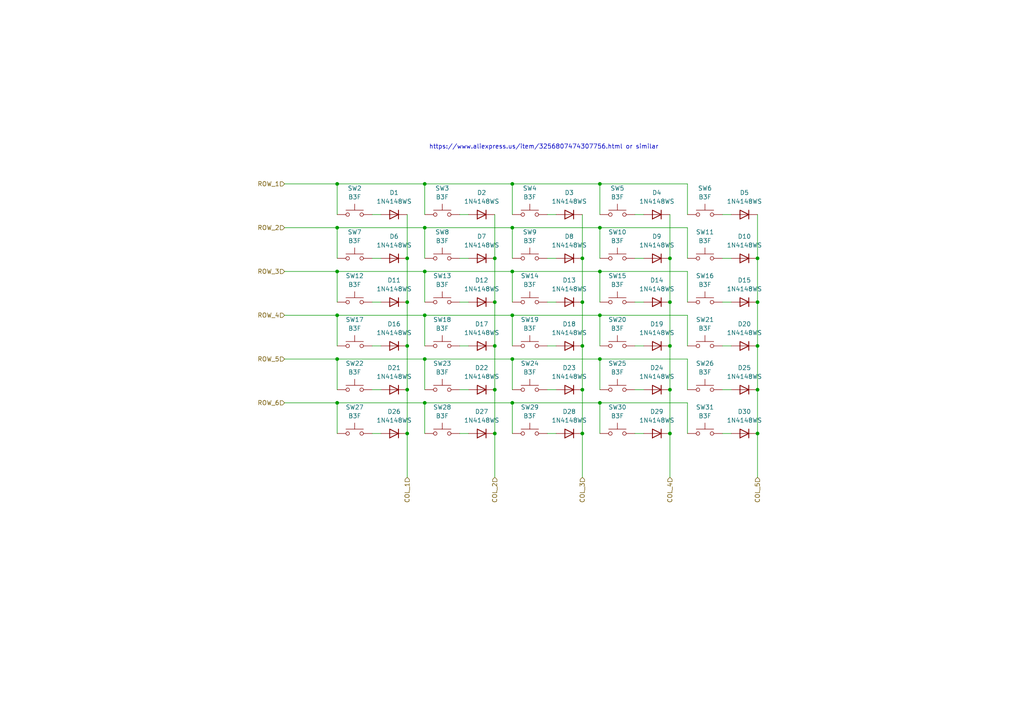
<source format=kicad_sch>
(kicad_sch (version 20231120) (generator "eeschema") (generator_version "8.0")
  (paper "A4")
  (lib_symbols
    (symbol "Device:D" (pin_numbers hide) (pin_names (offset 1.016) hide)
      (property "Reference" "D" (at 0 2.54 0))
      (property "Value" "D" (at 0 -2.54 0))
      (symbol "D_0_1"
        (polyline (pts (xy -1.27 1.27) (xy -1.27 -1.27)) (stroke (width 0.254)))
        (polyline (pts (xy 1.27 0) (xy -1.27 0)))
        (polyline (pts (xy 1.27 1.27) (xy 1.27 -1.27) (xy -1.27 0) (xy 1.27 1.27)) (stroke (width 0.254)))
      )
      (symbol "D_1_1"
        (pin passive line (at -3.81 0 0) (length 2.54) (name "K") (number "1"))
        (pin passive line (at 3.81 0 180) (length 2.54) (name "A") (number "2"))
      )
    )
    (symbol "Switch:SW_Push" (pin_numbers hide) (pin_names (offset 1.016) hide)
      (property "Reference" "SW" (at 1.27 2.54 0))
      (property "Value" "SW_Push" (at 0 -1.524 0))
      (symbol "SW_Push_0_1"
        (circle (center -2.032 0) (radius 0.508))
        (polyline (pts (xy 0 1.27) (xy 0 3.048)))
        (polyline (pts (xy 2.54 1.27) (xy -2.54 1.27)))
        (circle (center 2.032 0) (radius 0.508))
        (pin passive line (at -5.08 0 0) (length 2.54) (name "1") (number "1"))
        (pin passive line (at 5.08 0 180) (length 2.54) (name "2") (number "2"))
      )
    )
  )
  (junction (at 123.19 91.44))
  (junction (at 148.59 91.44))
  (junction (at 118.11 113.03))
  (junction (at 219.71 100.33))
  (junction (at 97.79 78.74))
  (junction (at 148.59 53.34))
  (junction (at 173.99 66.04))
  (junction (at 219.71 74.93))
  (junction (at 123.19 53.34))
  (junction (at 97.79 91.44))
  (junction (at 148.59 66.04))
  (junction (at 219.71 125.73))
  (junction (at 97.79 116.84))
  (junction (at 123.19 66.04))
  (junction (at 97.79 104.14))
  (junction (at 123.19 104.14))
  (junction (at 168.91 74.93))
  (junction (at 194.31 100.33))
  (junction (at 194.31 87.63))
  (junction (at 123.19 116.84))
  (junction (at 148.59 78.74))
  (junction (at 194.31 74.93))
  (junction (at 143.51 100.33))
  (junction (at 143.51 74.93))
  (junction (at 123.19 78.74))
  (junction (at 168.91 125.73))
  (junction (at 173.99 104.14))
  (junction (at 148.59 104.14))
  (junction (at 118.11 100.33))
  (junction (at 143.51 113.03))
  (junction (at 118.11 87.63))
  (junction (at 118.11 74.93))
  (junction (at 118.11 125.73))
  (junction (at 173.99 116.84))
  (junction (at 168.91 100.33))
  (junction (at 173.99 78.74))
  (junction (at 168.91 87.63))
  (junction (at 219.71 113.03))
  (junction (at 97.79 53.34))
  (junction (at 97.79 66.04))
  (junction (at 168.91 113.03))
  (junction (at 143.51 125.73))
  (junction (at 143.51 87.63))
  (junction (at 173.99 53.34))
  (junction (at 148.59 116.84))
  (junction (at 219.71 87.63))
  (junction (at 194.31 113.03))
  (junction (at 173.99 91.44))
  (junction (at 194.31 125.73))
  (wire (pts (xy 123.19 91.44) (xy 123.19 100.33)))
  (wire (pts (xy 173.99 66.04) (xy 199.39 66.04)))
  (wire (pts (xy 148.59 53.34) (xy 173.99 53.34)))
  (wire (pts (xy 123.19 116.84) (xy 148.59 116.84)))
  (wire (pts (xy 161.29 62.23) (xy 158.75 62.23)))
  (wire (pts (xy 199.39 104.14) (xy 199.39 113.03)))
  (wire (pts (xy 173.99 91.44) (xy 173.99 100.33)))
  (wire (pts (xy 173.99 66.04) (xy 173.99 74.93)))
  (wire (pts (xy 118.11 100.33) (xy 118.11 113.03)))
  (wire (pts (xy 168.91 87.63) (xy 168.91 100.33)))
  (wire (pts (xy 123.19 66.04) (xy 123.19 74.93)))
  (wire (pts (xy 194.31 100.33) (xy 194.31 113.03)))
  (wire (pts (xy 143.51 74.93) (xy 143.51 87.63)))
  (wire (pts (xy 173.99 91.44) (xy 199.39 91.44)))
  (wire (pts (xy 186.69 125.73) (xy 184.15 125.73)))
  (wire (pts (xy 123.19 78.74) (xy 123.19 87.63)))
  (wire (pts (xy 219.71 62.23) (xy 219.71 74.93)))
  (wire (pts (xy 186.69 100.33) (xy 184.15 100.33)))
  (wire (pts (xy 143.51 87.63) (xy 143.51 100.33)))
  (wire (pts (xy 123.19 66.04) (xy 148.59 66.04)))
  (wire (pts (xy 161.29 113.03) (xy 158.75 113.03)))
  (wire (pts (xy 148.59 78.74) (xy 173.99 78.74)))
  (wire (pts (xy 148.59 78.74) (xy 148.59 87.63)))
  (wire (pts (xy 110.49 62.23) (xy 107.95 62.23)))
  (wire (pts (xy 194.31 125.73) (xy 194.31 138.43)))
  (wire (pts (xy 135.89 100.33) (xy 133.35 100.33)))
  (wire (pts (xy 148.59 104.14) (xy 173.99 104.14)))
  (wire (pts (xy 97.79 91.44) (xy 97.79 100.33)))
  (wire (pts (xy 97.79 66.04) (xy 123.19 66.04)))
  (wire (pts (xy 135.89 125.73) (xy 133.35 125.73)))
  (wire (pts (xy 173.99 78.74) (xy 199.39 78.74)))
  (wire (pts (xy 194.31 74.93) (xy 194.31 87.63)))
  (wire (pts (xy 219.71 100.33) (xy 219.71 113.03)))
  (wire (pts (xy 199.39 53.34) (xy 199.39 62.23)))
  (wire (pts (xy 135.89 74.93) (xy 133.35 74.93)))
  (wire (pts (xy 161.29 87.63) (xy 158.75 87.63)))
  (wire (pts (xy 143.51 62.23) (xy 143.51 74.93)))
  (wire (pts (xy 161.29 74.93) (xy 158.75 74.93)))
  (wire (pts (xy 110.49 113.03) (xy 107.95 113.03)))
  (wire (pts (xy 143.51 100.33) (xy 143.51 113.03)))
  (wire (pts (xy 82.55 91.44) (xy 97.79 91.44)))
  (wire (pts (xy 97.79 53.34) (xy 123.19 53.34)))
  (wire (pts (xy 148.59 53.34) (xy 148.59 62.23)))
  (wire (pts (xy 173.99 116.84) (xy 173.99 125.73)))
  (wire (pts (xy 135.89 87.63) (xy 133.35 87.63)))
  (wire (pts (xy 123.19 53.34) (xy 123.19 62.23)))
  (wire (pts (xy 173.99 78.74) (xy 173.99 87.63)))
  (wire (pts (xy 212.09 100.33) (xy 209.55 100.33)))
  (wire (pts (xy 97.79 116.84) (xy 97.79 125.73)))
  (wire (pts (xy 118.11 74.93) (xy 118.11 87.63)))
  (wire (pts (xy 199.39 78.74) (xy 199.39 87.63)))
  (wire (pts (xy 168.91 62.23) (xy 168.91 74.93)))
  (wire (pts (xy 199.39 66.04) (xy 199.39 74.93)))
  (wire (pts (xy 212.09 74.93) (xy 209.55 74.93)))
  (wire (pts (xy 82.55 116.84) (xy 97.79 116.84)))
  (wire (pts (xy 110.49 125.73) (xy 107.95 125.73)))
  (wire (pts (xy 118.11 87.63) (xy 118.11 100.33)))
  (wire (pts (xy 123.19 104.14) (xy 123.19 113.03)))
  (wire (pts (xy 148.59 66.04) (xy 148.59 74.93)))
  (wire (pts (xy 161.29 100.33) (xy 158.75 100.33)))
  (wire (pts (xy 97.79 66.04) (xy 97.79 74.93)))
  (wire (pts (xy 219.71 74.93) (xy 219.71 87.63)))
  (wire (pts (xy 148.59 104.14) (xy 148.59 113.03)))
  (wire (pts (xy 212.09 87.63) (xy 209.55 87.63)))
  (wire (pts (xy 219.71 87.63) (xy 219.71 100.33)))
  (wire (pts (xy 110.49 87.63) (xy 107.95 87.63)))
  (wire (pts (xy 173.99 104.14) (xy 173.99 113.03)))
  (wire (pts (xy 186.69 87.63) (xy 184.15 87.63)))
  (wire (pts (xy 148.59 66.04) (xy 173.99 66.04)))
  (wire (pts (xy 219.71 125.73) (xy 219.71 138.43)))
  (wire (pts (xy 135.89 62.23) (xy 133.35 62.23)))
  (wire (pts (xy 186.69 113.03) (xy 184.15 113.03)))
  (wire (pts (xy 173.99 53.34) (xy 199.39 53.34)))
  (wire (pts (xy 143.51 113.03) (xy 143.51 125.73)))
  (wire (pts (xy 168.91 100.33) (xy 168.91 113.03)))
  (wire (pts (xy 148.59 116.84) (xy 148.59 125.73)))
  (wire (pts (xy 194.31 113.03) (xy 194.31 125.73)))
  (wire (pts (xy 82.55 66.04) (xy 97.79 66.04)))
  (wire (pts (xy 123.19 116.84) (xy 123.19 125.73)))
  (wire (pts (xy 82.55 53.34) (xy 97.79 53.34)))
  (wire (pts (xy 168.91 113.03) (xy 168.91 125.73)))
  (wire (pts (xy 212.09 113.03) (xy 209.55 113.03)))
  (wire (pts (xy 97.79 53.34) (xy 97.79 62.23)))
  (wire (pts (xy 123.19 91.44) (xy 148.59 91.44)))
  (wire (pts (xy 173.99 53.34) (xy 173.99 62.23)))
  (wire (pts (xy 168.91 125.73) (xy 168.91 138.43)))
  (wire (pts (xy 110.49 74.93) (xy 107.95 74.93)))
  (wire (pts (xy 82.55 78.74) (xy 97.79 78.74)))
  (wire (pts (xy 194.31 87.63) (xy 194.31 100.33)))
  (wire (pts (xy 143.51 125.73) (xy 143.51 138.43)))
  (wire (pts (xy 199.39 91.44) (xy 199.39 100.33)))
  (wire (pts (xy 148.59 91.44) (xy 148.59 100.33)))
  (wire (pts (xy 118.11 62.23) (xy 118.11 74.93)))
  (wire (pts (xy 148.59 91.44) (xy 173.99 91.44)))
  (wire (pts (xy 135.89 113.03) (xy 133.35 113.03)))
  (wire (pts (xy 173.99 116.84) (xy 199.39 116.84)))
  (wire (pts (xy 161.29 125.73) (xy 158.75 125.73)))
  (wire (pts (xy 123.19 78.74) (xy 148.59 78.74)))
  (wire (pts (xy 97.79 104.14) (xy 97.79 113.03)))
  (wire (pts (xy 219.71 113.03) (xy 219.71 125.73)))
  (wire (pts (xy 212.09 62.23) (xy 209.55 62.23)))
  (wire (pts (xy 97.79 116.84) (xy 123.19 116.84)))
  (wire (pts (xy 148.59 116.84) (xy 173.99 116.84)))
  (wire (pts (xy 110.49 100.33) (xy 107.95 100.33)))
  (wire (pts (xy 173.99 104.14) (xy 199.39 104.14)))
  (wire (pts (xy 123.19 53.34) (xy 148.59 53.34)))
  (wire (pts (xy 186.69 74.93) (xy 184.15 74.93)))
  (wire (pts (xy 97.79 104.14) (xy 123.19 104.14)))
  (wire (pts (xy 199.39 116.84) (xy 199.39 125.73)))
  (wire (pts (xy 194.31 62.23) (xy 194.31 74.93)))
  (wire (pts (xy 97.79 78.74) (xy 97.79 87.63)))
  (wire (pts (xy 186.69 62.23) (xy 184.15 62.23)))
  (wire (pts (xy 97.79 91.44) (xy 123.19 91.44)))
  (wire (pts (xy 118.11 125.73) (xy 118.11 138.43)))
  (wire (pts (xy 212.09 125.73) (xy 209.55 125.73)))
  (wire (pts (xy 118.11 113.03) (xy 118.11 125.73)))
  (wire (pts (xy 168.91 74.93) (xy 168.91 87.63)))
  (wire (pts (xy 97.79 78.74) (xy 123.19 78.74)))
  (wire (pts (xy 123.19 104.14) (xy 148.59 104.14)))
  (wire (pts (xy 82.55 104.14) (xy 97.79 104.14)))
  (text "https://www.aliexpress.us/item/3256807474307756.html or similar" (at 157.734 42.672 0) (effects (font (size 1.27 1.27))))
  (hierarchical_label "COL_2" (shape input) (at 143.51 138.43 270))
  (hierarchical_label "ROW_3" (shape input) (at 82.55 78.74 180))
  (hierarchical_label "ROW_4" (shape input) (at 82.55 91.44 180))
  (hierarchical_label "ROW_5" (shape input) (at 82.55 104.14 180))
  (hierarchical_label "COL_1" (shape input) (at 118.11 138.43 270))
  (hierarchical_label "ROW_2" (shape input) (at 82.55 66.04 180))
  (hierarchical_label "COL_4" (shape input) (at 194.31 138.43 270))
  (hierarchical_label "COL_3" (shape input) (at 168.91 138.43 270))
  (hierarchical_label "ROW_6" (shape input) (at 82.55 116.84 180))
  (hierarchical_label "COL_5" (shape input) (at 219.71 138.43 270))
  (hierarchical_label "ROW_1" (shape input) (at 82.55 53.34 180))
  (symbol (lib_id "Device:D") (at 114.3 62.23 180) (unit 1)
    (property "Reference" "D1" (at 114.3 55.88 0))
    (property "Value" "1N4148WS" (at 114.3 58.42 0))
    (property "Footprint" "Diode_SMD:D_SOD-323" (effects (hide yes)))
    (property "Description" "Diode" (effects (hide yes)))
    (property "Sim.Device" "D" (effects (hide yes)))
    (property "Sim.Pins" "1=K 2=A" (effects (hide yes)))
  )
  (symbol (lib_id "Device:D") (at 190.5 62.23 180) (unit 1)
    (property "Reference" "D4" (at 190.5 55.88 0))
    (property "Value" "1N4148WS" (at 190.5 58.42 0))
    (property "Footprint" "Diode_SMD:D_SOD-323" (effects (hide yes)))
    (property "Description" "Diode" (effects (hide yes)))
    (property "Sim.Device" "D" (effects (hide yes)))
    (property "Sim.Pins" "1=K 2=A" (effects (hide yes)))
  )
  (symbol (lib_id "Switch:SW_Push") (at 128.27 100.33 0) (unit 1)
    (property "Reference" "SW18" (at 128.27 92.71 0))
    (property "Value" "B3F" (at 128.27 95.25 0))
    (property "Footprint" "Button_Switch_THT:SW_SPST_Omron_B3F-40xx" (effects (hide yes)))
    (property "Description" "Push button switch, generic, two pins" (effects (hide yes)))
  )
  (symbol (lib_id "Switch:SW_Push") (at 128.27 74.93 0) (unit 1)
    (property "Reference" "SW8" (at 128.27 67.31 0))
    (property "Value" "B3F" (at 128.27 69.85 0))
    (property "Footprint" "Button_Switch_THT:SW_SPST_Omron_B3F-40xx" (effects (hide yes)))
    (property "Description" "Push button switch, generic, two pins" (effects (hide yes)))
  )
  (symbol (lib_id "Switch:SW_Push") (at 102.87 125.73 0) (unit 1)
    (property "Reference" "SW27" (at 102.87 118.11 0))
    (property "Value" "B3F" (at 102.87 120.65 0))
    (property "Footprint" "Button_Switch_THT:SW_SPST_Omron_B3F-40xx" (effects (hide yes)))
    (property "Description" "Push button switch, generic, two pins" (effects (hide yes)))
  )
  (symbol (lib_id "Device:D") (at 139.7 62.23 180) (unit 1)
    (property "Reference" "D2" (at 139.7 55.88 0))
    (property "Value" "1N4148WS" (at 139.7 58.42 0))
    (property "Footprint" "Diode_SMD:D_SOD-323" (effects (hide yes)))
    (property "Description" "Diode" (effects (hide yes)))
    (property "Sim.Device" "D" (effects (hide yes)))
    (property "Sim.Pins" "1=K 2=A" (effects (hide yes)))
  )
  (symbol (lib_id "Switch:SW_Push") (at 128.27 113.03 0) (unit 1)
    (property "Reference" "SW23" (at 128.27 105.41 0))
    (property "Value" "B3F" (at 128.27 107.95 0))
    (property "Footprint" "Button_Switch_THT:SW_SPST_Omron_B3F-40xx" (effects (hide yes)))
    (property "Description" "Push button switch, generic, two pins" (effects (hide yes)))
  )
  (symbol (lib_id "Switch:SW_Push") (at 179.07 74.93 0) (unit 1)
    (property "Reference" "SW10" (at 179.07 67.31 0))
    (property "Value" "B3F" (at 179.07 69.85 0))
    (property "Footprint" "Button_Switch_THT:SW_SPST_Omron_B3F-40xx" (effects (hide yes)))
    (property "Description" "Push button switch, generic, two pins" (effects (hide yes)))
  )
  (symbol (lib_id "Device:D") (at 114.3 100.33 180) (unit 1)
    (property "Reference" "D16" (at 114.3 93.98 0))
    (property "Value" "1N4148WS" (at 114.3 96.52 0))
    (property "Footprint" "Diode_SMD:D_SOD-323" (effects (hide yes)))
    (property "Description" "Diode" (effects (hide yes)))
    (property "Sim.Device" "D" (effects (hide yes)))
    (property "Sim.Pins" "1=K 2=A" (effects (hide yes)))
  )
  (symbol (lib_id "Switch:SW_Push") (at 128.27 62.23 0) (unit 1)
    (property "Reference" "SW3" (at 128.27 54.61 0))
    (property "Value" "B3F" (at 128.27 57.15 0))
    (property "Footprint" "Button_Switch_THT:SW_SPST_Omron_B3F-40xx" (effects (hide yes)))
    (property "Description" "Push button switch, generic, two pins" (effects (hide yes)))
  )
  (symbol (lib_id "Switch:SW_Push") (at 204.47 87.63 0) (unit 1)
    (property "Reference" "SW16" (at 204.47 80.01 0))
    (property "Value" "B3F" (at 204.47 82.55 0))
    (property "Footprint" "Button_Switch_THT:SW_SPST_Omron_B3F-40xx" (effects (hide yes)))
    (property "Description" "Push button switch, generic, two pins" (effects (hide yes)))
  )
  (symbol (lib_id "Device:D") (at 139.7 87.63 180) (unit 1)
    (property "Reference" "D12" (at 139.7 81.28 0))
    (property "Value" "1N4148WS" (at 139.7 83.82 0))
    (property "Footprint" "Diode_SMD:D_SOD-323" (effects (hide yes)))
    (property "Description" "Diode" (effects (hide yes)))
    (property "Sim.Device" "D" (effects (hide yes)))
    (property "Sim.Pins" "1=K 2=A" (effects (hide yes)))
  )
  (symbol (lib_id "Switch:SW_Push") (at 153.67 62.23 0) (unit 1)
    (property "Reference" "SW4" (at 153.67 54.61 0))
    (property "Value" "B3F" (at 153.67 57.15 0))
    (property "Footprint" "Button_Switch_THT:SW_SPST_Omron_B3F-40xx" (effects (hide yes)))
    (property "Description" "Push button switch, generic, two pins" (effects (hide yes)))
  )
  (symbol (lib_id "Device:D") (at 190.5 87.63 180) (unit 1)
    (property "Reference" "D14" (at 190.5 81.28 0))
    (property "Value" "1N4148WS" (at 190.5 83.82 0))
    (property "Footprint" "Diode_SMD:D_SOD-323" (effects (hide yes)))
    (property "Description" "Diode" (effects (hide yes)))
    (property "Sim.Device" "D" (effects (hide yes)))
    (property "Sim.Pins" "1=K 2=A" (effects (hide yes)))
  )
  (symbol (lib_id "Switch:SW_Push") (at 153.67 74.93 0) (unit 1)
    (property "Reference" "SW9" (at 153.67 67.31 0))
    (property "Value" "B3F" (at 153.67 69.85 0))
    (property "Footprint" "Button_Switch_THT:SW_SPST_Omron_B3F-40xx" (effects (hide yes)))
    (property "Description" "Push button switch, generic, two pins" (effects (hide yes)))
  )
  (symbol (lib_id "Switch:SW_Push") (at 179.07 113.03 0) (unit 1)
    (property "Reference" "SW25" (at 179.07 105.41 0))
    (property "Value" "B3F" (at 179.07 107.95 0))
    (property "Footprint" "Button_Switch_THT:SW_SPST_Omron_B3F-40xx" (effects (hide yes)))
    (property "Description" "Push button switch, generic, two pins" (effects (hide yes)))
  )
  (symbol (lib_id "Device:D") (at 165.1 125.73 180) (unit 1)
    (property "Reference" "D28" (at 165.1 119.38 0))
    (property "Value" "1N4148WS" (at 165.1 121.92 0))
    (property "Footprint" "Diode_SMD:D_SOD-323" (effects (hide yes)))
    (property "Description" "Diode" (effects (hide yes)))
    (property "Sim.Device" "D" (effects (hide yes)))
    (property "Sim.Pins" "1=K 2=A" (effects (hide yes)))
  )
  (symbol (lib_id "Device:D") (at 215.9 113.03 180) (unit 1)
    (property "Reference" "D25" (at 215.9 106.68 0))
    (property "Value" "1N4148WS" (at 215.9 109.22 0))
    (property "Footprint" "Diode_SMD:D_SOD-323" (effects (hide yes)))
    (property "Description" "Diode" (effects (hide yes)))
    (property "Sim.Device" "D" (effects (hide yes)))
    (property "Sim.Pins" "1=K 2=A" (effects (hide yes)))
  )
  (symbol (lib_id "Switch:SW_Push") (at 153.67 100.33 0) (unit 1)
    (property "Reference" "SW19" (at 153.67 92.71 0))
    (property "Value" "B3F" (at 153.67 95.25 0))
    (property "Footprint" "Button_Switch_THT:SW_SPST_Omron_B3F-40xx" (effects (hide yes)))
    (property "Description" "Push button switch, generic, two pins" (effects (hide yes)))
  )
  (symbol (lib_id "Switch:SW_Push") (at 179.07 62.23 0) (unit 1)
    (property "Reference" "SW5" (at 179.07 54.61 0))
    (property "Value" "B3F" (at 179.07 57.15 0))
    (property "Footprint" "Button_Switch_THT:SW_SPST_Omron_B3F-40xx" (effects (hide yes)))
    (property "Description" "Push button switch, generic, two pins" (effects (hide yes)))
  )
  (symbol (lib_id "Device:D") (at 165.1 100.33 180) (unit 1)
    (property "Reference" "D18" (at 165.1 93.98 0))
    (property "Value" "1N4148WS" (at 165.1 96.52 0))
    (property "Footprint" "Diode_SMD:D_SOD-323" (effects (hide yes)))
    (property "Description" "Diode" (effects (hide yes)))
    (property "Sim.Device" "D" (effects (hide yes)))
    (property "Sim.Pins" "1=K 2=A" (effects (hide yes)))
  )
  (symbol (lib_id "Device:D") (at 165.1 87.63 180) (unit 1)
    (property "Reference" "D13" (at 165.1 81.28 0))
    (property "Value" "1N4148WS" (at 165.1 83.82 0))
    (property "Footprint" "Diode_SMD:D_SOD-323" (effects (hide yes)))
    (property "Description" "Diode" (effects (hide yes)))
    (property "Sim.Device" "D" (effects (hide yes)))
    (property "Sim.Pins" "1=K 2=A" (effects (hide yes)))
  )
  (symbol (lib_id "Device:D") (at 215.9 100.33 180) (unit 1)
    (property "Reference" "D20" (at 215.9 93.98 0))
    (property "Value" "1N4148WS" (at 215.9 96.52 0))
    (property "Footprint" "Diode_SMD:D_SOD-323" (effects (hide yes)))
    (property "Description" "Diode" (effects (hide yes)))
    (property "Sim.Device" "D" (effects (hide yes)))
    (property "Sim.Pins" "1=K 2=A" (effects (hide yes)))
  )
  (symbol (lib_id "Device:D") (at 139.7 100.33 180) (unit 1)
    (property "Reference" "D17" (at 139.7 93.98 0))
    (property "Value" "1N4148WS" (at 139.7 96.52 0))
    (property "Footprint" "Diode_SMD:D_SOD-323" (effects (hide yes)))
    (property "Description" "Diode" (effects (hide yes)))
    (property "Sim.Device" "D" (effects (hide yes)))
    (property "Sim.Pins" "1=K 2=A" (effects (hide yes)))
  )
  (symbol (lib_id "Switch:SW_Push") (at 153.67 113.03 0) (unit 1)
    (property "Reference" "SW24" (at 153.67 105.41 0))
    (property "Value" "B3F" (at 153.67 107.95 0))
    (property "Footprint" "Button_Switch_THT:SW_SPST_Omron_B3F-40xx" (effects (hide yes)))
    (property "Description" "Push button switch, generic, two pins" (effects (hide yes)))
  )
  (symbol (lib_id "Switch:SW_Push") (at 102.87 100.33 0) (unit 1)
    (property "Reference" "SW17" (at 102.87 92.71 0))
    (property "Value" "B3F" (at 102.87 95.25 0))
    (property "Footprint" "Button_Switch_THT:SW_SPST_Omron_B3F-40xx" (effects (hide yes)))
    (property "Description" "Push button switch, generic, two pins" (effects (hide yes)))
  )
  (symbol (lib_id "Switch:SW_Push") (at 153.67 125.73 0) (unit 1)
    (property "Reference" "SW29" (at 153.67 118.11 0))
    (property "Value" "B3F" (at 153.67 120.65 0))
    (property "Footprint" "Button_Switch_THT:SW_SPST_Omron_B3F-40xx" (effects (hide yes)))
    (property "Description" "Push button switch, generic, two pins" (effects (hide yes)))
  )
  (symbol (lib_id "Switch:SW_Push") (at 204.47 74.93 0) (unit 1)
    (property "Reference" "SW11" (at 204.47 67.31 0))
    (property "Value" "B3F" (at 204.47 69.85 0))
    (property "Footprint" "Button_Switch_THT:SW_SPST_Omron_B3F-40xx" (effects (hide yes)))
    (property "Description" "Push button switch, generic, two pins" (effects (hide yes)))
  )
  (symbol (lib_id "Device:D") (at 215.9 74.93 180) (unit 1)
    (property "Reference" "D10" (at 215.9 68.58 0))
    (property "Value" "1N4148WS" (at 215.9 71.12 0))
    (property "Footprint" "Diode_SMD:D_SOD-323" (effects (hide yes)))
    (property "Description" "Diode" (effects (hide yes)))
    (property "Sim.Device" "D" (effects (hide yes)))
    (property "Sim.Pins" "1=K 2=A" (effects (hide yes)))
  )
  (symbol (lib_id "Device:D") (at 190.5 74.93 180) (unit 1)
    (property "Reference" "D9" (at 190.5 68.58 0))
    (property "Value" "1N4148WS" (at 190.5 71.12 0))
    (property "Footprint" "Diode_SMD:D_SOD-323" (effects (hide yes)))
    (property "Description" "Diode" (effects (hide yes)))
    (property "Sim.Device" "D" (effects (hide yes)))
    (property "Sim.Pins" "1=K 2=A" (effects (hide yes)))
  )
  (symbol (lib_id "Switch:SW_Push") (at 179.07 100.33 0) (unit 1)
    (property "Reference" "SW20" (at 179.07 92.71 0))
    (property "Value" "B3F" (at 179.07 95.25 0))
    (property "Footprint" "Button_Switch_THT:SW_SPST_Omron_B3F-40xx" (effects (hide yes)))
    (property "Description" "Push button switch, generic, two pins" (effects (hide yes)))
  )
  (symbol (lib_id "Device:D") (at 139.7 113.03 180) (unit 1)
    (property "Reference" "D22" (at 139.7 106.68 0))
    (property "Value" "1N4148WS" (at 139.7 109.22 0))
    (property "Footprint" "Diode_SMD:D_SOD-323" (effects (hide yes)))
    (property "Description" "Diode" (effects (hide yes)))
    (property "Sim.Device" "D" (effects (hide yes)))
    (property "Sim.Pins" "1=K 2=A" (effects (hide yes)))
  )
  (symbol (lib_id "Device:D") (at 190.5 100.33 180) (unit 1)
    (property "Reference" "D19" (at 190.5 93.98 0))
    (property "Value" "1N4148WS" (at 190.5 96.52 0))
    (property "Footprint" "Diode_SMD:D_SOD-323" (effects (hide yes)))
    (property "Description" "Diode" (effects (hide yes)))
    (property "Sim.Device" "D" (effects (hide yes)))
    (property "Sim.Pins" "1=K 2=A" (effects (hide yes)))
  )
  (symbol (lib_id "Switch:SW_Push") (at 102.87 87.63 0) (unit 1)
    (property "Reference" "SW12" (at 102.87 80.01 0))
    (property "Value" "B3F" (at 102.87 82.55 0))
    (property "Footprint" "Button_Switch_THT:SW_SPST_Omron_B3F-40xx" (effects (hide yes)))
    (property "Description" "Push button switch, generic, two pins" (effects (hide yes)))
  )
  (symbol (lib_id "Switch:SW_Push") (at 204.47 100.33 0) (unit 1)
    (property "Reference" "SW21" (at 204.47 92.71 0))
    (property "Value" "B3F" (at 204.47 95.25 0))
    (property "Footprint" "Button_Switch_THT:SW_SPST_Omron_B3F-40xx" (effects (hide yes)))
    (property "Description" "Push button switch, generic, two pins" (effects (hide yes)))
  )
  (symbol (lib_id "Switch:SW_Push") (at 179.07 125.73 0) (unit 1)
    (property "Reference" "SW30" (at 179.07 118.11 0))
    (property "Value" "B3F" (at 179.07 120.65 0))
    (property "Footprint" "Button_Switch_THT:SW_SPST_Omron_B3F-40xx" (effects (hide yes)))
    (property "Description" "Push button switch, generic, two pins" (effects (hide yes)))
  )
  (symbol (lib_id "Device:D") (at 139.7 125.73 180) (unit 1)
    (property "Reference" "D27" (at 139.7 119.38 0))
    (property "Value" "1N4148WS" (at 139.7 121.92 0))
    (property "Footprint" "Diode_SMD:D_SOD-323" (effects (hide yes)))
    (property "Description" "Diode" (effects (hide yes)))
    (property "Sim.Device" "D" (effects (hide yes)))
    (property "Sim.Pins" "1=K 2=A" (effects (hide yes)))
  )
  (symbol (lib_id "Switch:SW_Push") (at 204.47 113.03 0) (unit 1)
    (property "Reference" "SW26" (at 204.47 105.41 0))
    (property "Value" "B3F" (at 204.47 107.95 0))
    (property "Footprint" "Button_Switch_THT:SW_SPST_Omron_B3F-40xx" (effects (hide yes)))
    (property "Description" "Push button switch, generic, two pins" (effects (hide yes)))
  )
  (symbol (lib_id "Switch:SW_Push") (at 128.27 125.73 0) (unit 1)
    (property "Reference" "SW28" (at 128.27 118.11 0))
    (property "Value" "B3F" (at 128.27 120.65 0))
    (property "Footprint" "Button_Switch_THT:SW_SPST_Omron_B3F-40xx" (effects (hide yes)))
    (property "Description" "Push button switch, generic, two pins" (effects (hide yes)))
  )
  (symbol (lib_id "Device:D") (at 165.1 62.23 180) (unit 1)
    (property "Reference" "D3" (at 165.1 55.88 0))
    (property "Value" "1N4148WS" (at 165.1 58.42 0))
    (property "Footprint" "Diode_SMD:D_SOD-323" (effects (hide yes)))
    (property "Description" "Diode" (effects (hide yes)))
    (property "Sim.Device" "D" (effects (hide yes)))
    (property "Sim.Pins" "1=K 2=A" (effects (hide yes)))
  )
  (symbol (lib_id "Device:D") (at 114.3 113.03 180) (unit 1)
    (property "Reference" "D21" (at 114.3 106.68 0))
    (property "Value" "1N4148WS" (at 114.3 109.22 0))
    (property "Footprint" "Diode_SMD:D_SOD-323" (effects (hide yes)))
    (property "Description" "Diode" (effects (hide yes)))
    (property "Sim.Device" "D" (effects (hide yes)))
    (property "Sim.Pins" "1=K 2=A" (effects (hide yes)))
  )
  (symbol (lib_id "Device:D") (at 190.5 125.73 180) (unit 1)
    (property "Reference" "D29" (at 190.5 119.38 0))
    (property "Value" "1N4148WS" (at 190.5 121.92 0))
    (property "Footprint" "Diode_SMD:D_SOD-323" (effects (hide yes)))
    (property "Description" "Diode" (effects (hide yes)))
    (property "Sim.Device" "D" (effects (hide yes)))
    (property "Sim.Pins" "1=K 2=A" (effects (hide yes)))
  )
  (symbol (lib_id "Device:D") (at 114.3 125.73 180) (unit 1)
    (property "Reference" "D26" (at 114.3 119.38 0))
    (property "Value" "1N4148WS" (at 114.3 121.92 0))
    (property "Footprint" "Diode_SMD:D_SOD-323" (effects (hide yes)))
    (property "Description" "Diode" (effects (hide yes)))
    (property "Sim.Device" "D" (effects (hide yes)))
    (property "Sim.Pins" "1=K 2=A" (effects (hide yes)))
  )
  (symbol (lib_id "Device:D") (at 165.1 74.93 180) (unit 1)
    (property "Reference" "D8" (at 165.1 68.58 0))
    (property "Value" "1N4148WS" (at 165.1 71.12 0))
    (property "Footprint" "Diode_SMD:D_SOD-323" (effects (hide yes)))
    (property "Description" "Diode" (effects (hide yes)))
    (property "Sim.Device" "D" (effects (hide yes)))
    (property "Sim.Pins" "1=K 2=A" (effects (hide yes)))
  )
  (symbol (lib_id "Device:D") (at 165.1 113.03 180) (unit 1)
    (property "Reference" "D23" (at 165.1 106.68 0))
    (property "Value" "1N4148WS" (at 165.1 109.22 0))
    (property "Footprint" "Diode_SMD:D_SOD-323" (effects (hide yes)))
    (property "Description" "Diode" (effects (hide yes)))
    (property "Sim.Device" "D" (effects (hide yes)))
    (property "Sim.Pins" "1=K 2=A" (effects (hide yes)))
  )
  (symbol (lib_id "Device:D") (at 190.5 113.03 180) (unit 1)
    (property "Reference" "D24" (at 190.5 106.68 0))
    (property "Value" "1N4148WS" (at 190.5 109.22 0))
    (property "Footprint" "Diode_SMD:D_SOD-323" (effects (hide yes)))
    (property "Description" "Diode" (effects (hide yes)))
    (property "Sim.Device" "D" (effects (hide yes)))
    (property "Sim.Pins" "1=K 2=A" (effects (hide yes)))
  )
  (symbol (lib_id "Switch:SW_Push") (at 102.87 62.23 0) (unit 1)
    (property "Reference" "SW2" (at 102.87 54.61 0))
    (property "Value" "B3F" (at 102.87 57.15 0))
    (property "Footprint" "Button_Switch_THT:SW_SPST_Omron_B3F-40xx" (effects (hide yes)))
    (property "Description" "Push button switch, generic, two pins" (effects (hide yes)))
  )
  (symbol (lib_id "Device:D") (at 215.9 125.73 180) (unit 1)
    (property "Reference" "D30" (at 215.9 119.38 0))
    (property "Value" "1N4148WS" (at 215.9 121.92 0))
    (property "Footprint" "Diode_SMD:D_SOD-323" (effects (hide yes)))
    (property "Description" "Diode" (effects (hide yes)))
    (property "Sim.Device" "D" (effects (hide yes)))
    (property "Sim.Pins" "1=K 2=A" (effects (hide yes)))
  )
  (symbol (lib_id "Switch:SW_Push") (at 128.27 87.63 0) (unit 1)
    (property "Reference" "SW13" (at 128.27 80.01 0))
    (property "Value" "B3F" (at 128.27 82.55 0))
    (property "Footprint" "Button_Switch_THT:SW_SPST_Omron_B3F-40xx" (effects (hide yes)))
    (property "Description" "Push button switch, generic, two pins" (effects (hide yes)))
  )
  (symbol (lib_id "Switch:SW_Push") (at 204.47 125.73 0) (unit 1)
    (property "Reference" "SW31" (at 204.47 118.11 0))
    (property "Value" "B3F" (at 204.47 120.65 0))
    (property "Footprint" "Button_Switch_THT:SW_SPST_Omron_B3F-40xx" (effects (hide yes)))
    (property "Description" "Push button switch, generic, two pins" (effects (hide yes)))
  )
  (symbol (lib_id "Device:D") (at 215.9 62.23 180) (unit 1)
    (property "Reference" "D5" (at 215.9 55.88 0))
    (property "Value" "1N4148WS" (at 215.9 58.42 0))
    (property "Footprint" "Diode_SMD:D_SOD-323" (effects (hide yes)))
    (property "Description" "Diode" (effects (hide yes)))
    (property "Sim.Device" "D" (effects (hide yes)))
    (property "Sim.Pins" "1=K 2=A" (effects (hide yes)))
  )
  (symbol (lib_id "Switch:SW_Push") (at 153.67 87.63 0) (unit 1)
    (property "Reference" "SW14" (at 153.67 80.01 0))
    (property "Value" "B3F" (at 153.67 82.55 0))
    (property "Footprint" "Button_Switch_THT:SW_SPST_Omron_B3F-40xx" (effects (hide yes)))
    (property "Description" "Push button switch, generic, two pins" (effects (hide yes)))
  )
  (symbol (lib_id "Switch:SW_Push") (at 102.87 113.03 0) (unit 1)
    (property "Reference" "SW22" (at 102.87 105.41 0))
    (property "Value" "B3F" (at 102.87 107.95 0))
    (property "Footprint" "Button_Switch_THT:SW_SPST_Omron_B3F-40xx" (effects (hide yes)))
    (property "Description" "Push button switch, generic, two pins" (effects (hide yes)))
  )
  (symbol (lib_id "Switch:SW_Push") (at 179.07 87.63 0) (unit 1)
    (property "Reference" "SW15" (at 179.07 80.01 0))
    (property "Value" "B3F" (at 179.07 82.55 0))
    (property "Footprint" "Button_Switch_THT:SW_SPST_Omron_B3F-40xx" (effects (hide yes)))
    (property "Description" "Push button switch, generic, two pins" (effects (hide yes)))
  )
  (symbol (lib_id "Device:D") (at 114.3 87.63 180) (unit 1)
    (property "Reference" "D11" (at 114.3 81.28 0))
    (property "Value" "1N4148WS" (at 114.3 83.82 0))
    (property "Footprint" "Diode_SMD:D_SOD-323" (effects (hide yes)))
    (property "Description" "Diode" (effects (hide yes)))
    (property "Sim.Device" "D" (effects (hide yes)))
    (property "Sim.Pins" "1=K 2=A" (effects (hide yes)))
  )
  (symbol (lib_id "Device:D") (at 114.3 74.93 180) (unit 1)
    (property "Reference" "D6" (at 114.3 68.58 0))
    (property "Value" "1N4148WS" (at 114.3 71.12 0))
    (property "Footprint" "Diode_SMD:D_SOD-323" (effects (hide yes)))
    (property "Description" "Diode" (effects (hide yes)))
    (property "Sim.Device" "D" (effects (hide yes)))
    (property "Sim.Pins" "1=K 2=A" (effects (hide yes)))
  )
  (symbol (lib_id "Device:D") (at 215.9 87.63 180) (unit 1)
    (property "Reference" "D15" (at 215.9 81.28 0))
    (property "Value" "1N4148WS" (at 215.9 83.82 0))
    (property "Footprint" "Diode_SMD:D_SOD-323" (effects (hide yes)))
    (property "Description" "Diode" (effects (hide yes)))
    (property "Sim.Device" "D" (effects (hide yes)))
    (property "Sim.Pins" "1=K 2=A" (effects (hide yes)))
  )
  (symbol (lib_id "Device:D") (at 139.7 74.93 180) (unit 1)
    (property "Reference" "D7" (at 139.7 68.58 0))
    (property "Value" "1N4148WS" (at 139.7 71.12 0))
    (property "Footprint" "Diode_SMD:D_SOD-323" (effects (hide yes)))
    (property "Description" "Diode" (effects (hide yes)))
    (property "Sim.Device" "D" (effects (hide yes)))
    (property "Sim.Pins" "1=K 2=A" (effects (hide yes)))
  )
  (symbol (lib_id "Switch:SW_Push") (at 204.47 62.23 0) (unit 1)
    (property "Reference" "SW6" (at 204.47 54.61 0))
    (property "Value" "B3F" (at 204.47 57.15 0))
    (property "Footprint" "Button_Switch_THT:SW_SPST_Omron_B3F-40xx" (effects (hide yes)))
    (property "Description" "Push button switch, generic, two pins" (effects (hide yes)))
  )
  (symbol (lib_id "Switch:SW_Push") (at 102.87 74.93 0) (unit 1)
    (property "Reference" "SW7" (at 102.87 67.31 0))
    (property "Value" "B3F" (at 102.87 69.85 0))
    (property "Footprint" "Button_Switch_THT:SW_SPST_Omron_B3F-40xx" (effects (hide yes)))
    (property "Description" "Push button switch, generic, two pins" (effects (hide yes)))
  )
)
</source>
